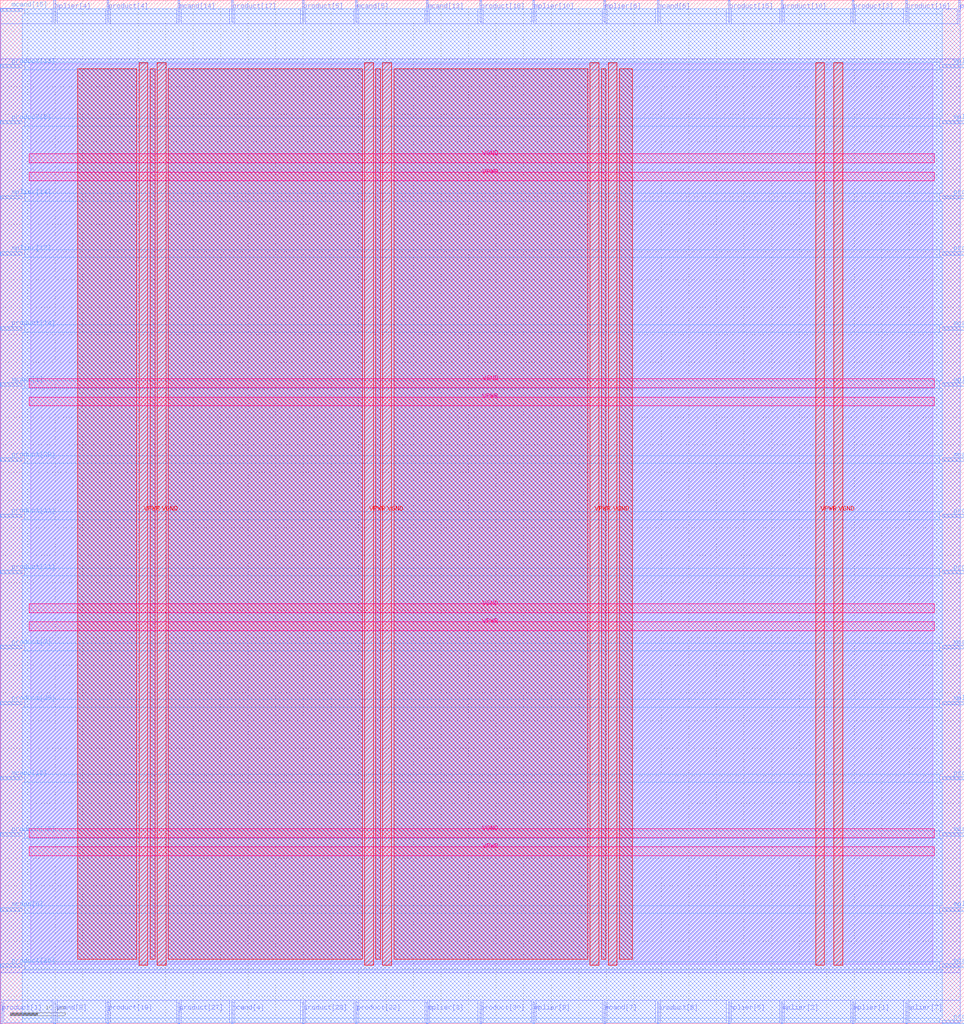
<source format=lef>
VERSION 5.7 ;
  NOWIREEXTENSIONATPIN ON ;
  DIVIDERCHAR "/" ;
  BUSBITCHARS "[]" ;
MACRO mult_comb_16x16
  CLASS BLOCK ;
  FOREIGN mult_comb_16x16 ;
  ORIGIN 0.000 0.000 ;
  SIZE 174.965 BY 185.685 ;
  PIN VGND
    DIRECTION INOUT ;
    USE GROUND ;
    PORT
      LAYER met4 ;
        RECT 28.490 10.640 30.090 174.320 ;
    END
    PORT
      LAYER met4 ;
        RECT 69.430 10.640 71.030 174.320 ;
    END
    PORT
      LAYER met4 ;
        RECT 110.370 10.640 111.970 174.320 ;
    END
    PORT
      LAYER met4 ;
        RECT 151.310 10.640 152.910 174.320 ;
    END
    PORT
      LAYER met5 ;
        RECT 5.280 33.780 169.520 35.380 ;
    END
    PORT
      LAYER met5 ;
        RECT 5.280 74.580 169.520 76.180 ;
    END
    PORT
      LAYER met5 ;
        RECT 5.280 115.380 169.520 116.980 ;
    END
    PORT
      LAYER met5 ;
        RECT 5.280 156.180 169.520 157.780 ;
    END
  END VGND
  PIN VPWR
    DIRECTION INOUT ;
    USE POWER ;
    PORT
      LAYER met4 ;
        RECT 25.190 10.640 26.790 174.320 ;
    END
    PORT
      LAYER met4 ;
        RECT 66.130 10.640 67.730 174.320 ;
    END
    PORT
      LAYER met4 ;
        RECT 107.070 10.640 108.670 174.320 ;
    END
    PORT
      LAYER met4 ;
        RECT 148.010 10.640 149.610 174.320 ;
    END
    PORT
      LAYER met5 ;
        RECT 5.280 30.480 169.520 32.080 ;
    END
    PORT
      LAYER met5 ;
        RECT 5.280 71.280 169.520 72.880 ;
    END
    PORT
      LAYER met5 ;
        RECT 5.280 112.080 169.520 113.680 ;
    END
    PORT
      LAYER met5 ;
        RECT 5.280 152.880 169.520 154.480 ;
    END
  END VPWR
  PIN mcand[0]
    DIRECTION INPUT ;
    USE SIGNAL ;
    ANTENNAGATEAREA 0.213000 ;
    PORT
      LAYER met3 ;
        RECT 0.000 20.440 4.000 21.040 ;
    END
  END mcand[0]
  PIN mcand[10]
    DIRECTION INPUT ;
    USE SIGNAL ;
    ANTENNAGATEAREA 0.213000 ;
    PORT
      LAYER met3 ;
        RECT 170.965 68.040 174.965 68.640 ;
    END
  END mcand[10]
  PIN mcand[11]
    DIRECTION INPUT ;
    USE SIGNAL ;
    ANTENNAGATEAREA 0.247500 ;
    PORT
      LAYER met3 ;
        RECT 170.965 10.240 174.965 10.840 ;
    END
  END mcand[11]
  PIN mcand[12]
    DIRECTION INPUT ;
    USE SIGNAL ;
    ANTENNAGATEAREA 0.213000 ;
    PORT
      LAYER met3 ;
        RECT 0.000 44.240 4.000 44.840 ;
    END
  END mcand[12]
  PIN mcand[13]
    DIRECTION INPUT ;
    USE SIGNAL ;
    ANTENNAGATEAREA 0.159000 ;
    PORT
      LAYER met2 ;
        RECT 77.370 181.685 77.650 185.685 ;
    END
  END mcand[13]
  PIN mcand[14]
    DIRECTION INPUT ;
    USE SIGNAL ;
    ANTENNAGATEAREA 0.159000 ;
    PORT
      LAYER met2 ;
        RECT 32.290 181.685 32.570 185.685 ;
    END
  END mcand[14]
  PIN mcand[15]
    DIRECTION INPUT ;
    USE SIGNAL ;
    ANTENNAGATEAREA 0.159000 ;
    PORT
      LAYER met3 ;
        RECT 0.000 183.640 4.000 184.240 ;
    END
  END mcand[15]
  PIN mcand[1]
    DIRECTION INPUT ;
    USE SIGNAL ;
    ANTENNAGATEAREA 0.213000 ;
    PORT
      LAYER met3 ;
        RECT 0.000 115.640 4.000 116.240 ;
    END
  END mcand[1]
  PIN mcand[2]
    DIRECTION INPUT ;
    USE SIGNAL ;
    ANTENNAGATEAREA 0.213000 ;
    PORT
      LAYER met3 ;
        RECT 170.965 125.840 174.965 126.440 ;
    END
  END mcand[2]
  PIN mcand[3]
    DIRECTION INPUT ;
    USE SIGNAL ;
    ANTENNAGATEAREA 0.213000 ;
    PORT
      LAYER met3 ;
        RECT 170.965 34.040 174.965 34.640 ;
    END
  END mcand[3]
  PIN mcand[4]
    DIRECTION INPUT ;
    USE SIGNAL ;
    ANTENNAGATEAREA 0.213000 ;
    PORT
      LAYER met2 ;
        RECT 41.950 0.000 42.230 4.000 ;
    END
  END mcand[4]
  PIN mcand[5]
    DIRECTION INPUT ;
    USE SIGNAL ;
    ANTENNAGATEAREA 0.213000 ;
    PORT
      LAYER met2 ;
        RECT 64.490 181.685 64.770 185.685 ;
    END
  END mcand[5]
  PIN mcand[6]
    DIRECTION INPUT ;
    USE SIGNAL ;
    ANTENNAGATEAREA 0.159000 ;
    PORT
      LAYER met2 ;
        RECT 119.230 181.685 119.510 185.685 ;
    END
  END mcand[6]
  PIN mcand[7]
    DIRECTION INPUT ;
    USE SIGNAL ;
    ANTENNAGATEAREA 0.126000 ;
    PORT
      LAYER met2 ;
        RECT 109.570 0.000 109.850 4.000 ;
    END
  END mcand[7]
  PIN mcand[8]
    DIRECTION INPUT ;
    USE SIGNAL ;
    ANTENNAGATEAREA 0.159000 ;
    PORT
      LAYER met2 ;
        RECT 9.750 0.000 10.030 4.000 ;
    END
  END mcand[8]
  PIN mcand[9]
    DIRECTION INPUT ;
    USE SIGNAL ;
    ANTENNAGATEAREA 0.159000 ;
    PORT
      LAYER met3 ;
        RECT 170.965 102.040 174.965 102.640 ;
    END
  END mcand[9]
  PIN mplier[0]
    DIRECTION INPUT ;
    USE SIGNAL ;
    ANTENNAGATEAREA 0.196500 ;
    PORT
      LAYER met3 ;
        RECT 170.965 57.840 174.965 58.440 ;
    END
  END mplier[0]
  PIN mplier[10]
    DIRECTION INPUT ;
    USE SIGNAL ;
    ANTENNAGATEAREA 0.126000 ;
    PORT
      LAYER met2 ;
        RECT 96.690 181.685 96.970 185.685 ;
    END
  END mplier[10]
  PIN mplier[11]
    DIRECTION INPUT ;
    USE SIGNAL ;
    ANTENNAGATEAREA 0.213000 ;
    PORT
      LAYER met3 ;
        RECT 170.965 163.240 174.965 163.840 ;
    END
  END mplier[11]
  PIN mplier[12]
    DIRECTION INPUT ;
    USE SIGNAL ;
    ANTENNAGATEAREA 0.126000 ;
    PORT
      LAYER met3 ;
        RECT 0.000 139.440 4.000 140.040 ;
    END
  END mplier[12]
  PIN mplier[13]
    DIRECTION INPUT ;
    USE SIGNAL ;
    ANTENNAGATEAREA 0.213000 ;
    PORT
      LAYER met3 ;
        RECT 170.965 115.640 174.965 116.240 ;
    END
  END mplier[13]
  PIN mplier[14]
    DIRECTION INPUT ;
    USE SIGNAL ;
    ANTENNAGATEAREA 0.213000 ;
    PORT
      LAYER met3 ;
        RECT 0.000 149.640 4.000 150.240 ;
    END
  END mplier[14]
  PIN mplier[15]
    DIRECTION INPUT ;
    USE SIGNAL ;
    ANTENNAGATEAREA 0.213000 ;
    PORT
      LAYER met3 ;
        RECT 170.965 173.440 174.965 174.040 ;
    END
  END mplier[15]
  PIN mplier[1]
    DIRECTION INPUT ;
    USE SIGNAL ;
    ANTENNAGATEAREA 0.126000 ;
    PORT
      LAYER met2 ;
        RECT 154.650 0.000 154.930 4.000 ;
    END
  END mplier[1]
  PIN mplier[2]
    DIRECTION INPUT ;
    USE SIGNAL ;
    ANTENNAGATEAREA 0.196500 ;
    PORT
      LAYER met2 ;
        RECT 141.770 0.000 142.050 4.000 ;
    END
  END mplier[2]
  PIN mplier[3]
    DIRECTION INPUT ;
    USE SIGNAL ;
    ANTENNAGATEAREA 0.159000 ;
    PORT
      LAYER met2 ;
        RECT 77.370 0.000 77.650 4.000 ;
    END
  END mplier[3]
  PIN mplier[4]
    DIRECTION INPUT ;
    USE SIGNAL ;
    ANTENNAGATEAREA 0.247500 ;
    PORT
      LAYER met2 ;
        RECT 9.750 181.685 10.030 185.685 ;
    END
  END mplier[4]
  PIN mplier[5]
    DIRECTION INPUT ;
    USE SIGNAL ;
    ANTENNAGATEAREA 0.196500 ;
    PORT
      LAYER met2 ;
        RECT 132.110 0.000 132.390 4.000 ;
    END
  END mplier[5]
  PIN mplier[6]
    DIRECTION INPUT ;
    USE SIGNAL ;
    ANTENNAGATEAREA 0.213000 ;
    PORT
      LAYER met2 ;
        RECT 109.570 181.685 109.850 185.685 ;
    END
  END mplier[6]
  PIN mplier[7]
    DIRECTION INPUT ;
    USE SIGNAL ;
    ANTENNAGATEAREA 0.213000 ;
    PORT
      LAYER met2 ;
        RECT 164.310 0.000 164.590 4.000 ;
    END
  END mplier[7]
  PIN mplier[8]
    DIRECTION INPUT ;
    USE SIGNAL ;
    ANTENNAGATEAREA 0.159000 ;
    PORT
      LAYER met3 ;
        RECT 170.965 20.440 174.965 21.040 ;
    END
  END mplier[8]
  PIN mplier[9]
    DIRECTION INPUT ;
    USE SIGNAL ;
    ANTENNAGATEAREA 0.196500 ;
    PORT
      LAYER met2 ;
        RECT 96.690 0.000 96.970 4.000 ;
    END
  END mplier[9]
  PIN product[0]
    DIRECTION OUTPUT TRISTATE ;
    USE SIGNAL ;
    ANTENNADIFFAREA 0.445500 ;
    PORT
      LAYER met3 ;
        RECT 170.965 44.240 174.965 44.840 ;
    END
  END product[0]
  PIN product[10]
    DIRECTION OUTPUT TRISTATE ;
    USE SIGNAL ;
    ANTENNADIFFAREA 0.445500 ;
    PORT
      LAYER met2 ;
        RECT 141.770 181.685 142.050 185.685 ;
    END
  END product[10]
  PIN product[11]
    DIRECTION OUTPUT TRISTATE ;
    USE SIGNAL ;
    ANTENNADIFFAREA 0.795200 ;
    PORT
      LAYER met3 ;
        RECT 0.000 91.840 4.000 92.440 ;
    END
  END product[11]
  PIN product[12]
    DIRECTION OUTPUT TRISTATE ;
    USE SIGNAL ;
    ANTENNADIFFAREA 0.795200 ;
    PORT
      LAYER met3 ;
        RECT 0.000 34.040 4.000 34.640 ;
    END
  END product[12]
  PIN product[13]
    DIRECTION OUTPUT TRISTATE ;
    USE SIGNAL ;
    ANTENNADIFFAREA 0.795200 ;
    PORT
      LAYER met3 ;
        RECT 0.000 173.440 4.000 174.040 ;
    END
  END product[13]
  PIN product[14]
    DIRECTION OUTPUT TRISTATE ;
    USE SIGNAL ;
    ANTENNADIFFAREA 0.795200 ;
    PORT
      LAYER met3 ;
        RECT 0.000 125.840 4.000 126.440 ;
    END
  END product[14]
  PIN product[15]
    DIRECTION OUTPUT TRISTATE ;
    USE SIGNAL ;
    ANTENNADIFFAREA 0.795200 ;
    PORT
      LAYER met2 ;
        RECT 132.110 181.685 132.390 185.685 ;
    END
  END product[15]
  PIN product[16]
    DIRECTION OUTPUT TRISTATE ;
    USE SIGNAL ;
    ANTENNADIFFAREA 0.795200 ;
    PORT
      LAYER met2 ;
        RECT 164.310 181.685 164.590 185.685 ;
    END
  END product[16]
  PIN product[17]
    DIRECTION OUTPUT TRISTATE ;
    USE SIGNAL ;
    ANTENNADIFFAREA 0.795200 ;
    PORT
      LAYER met2 ;
        RECT 41.950 181.685 42.230 185.685 ;
    END
  END product[17]
  PIN product[18]
    DIRECTION OUTPUT TRISTATE ;
    USE SIGNAL ;
    ANTENNADIFFAREA 0.795200 ;
    PORT
      LAYER met2 ;
        RECT 87.030 181.685 87.310 185.685 ;
    END
  END product[18]
  PIN product[19]
    DIRECTION OUTPUT TRISTATE ;
    USE SIGNAL ;
    ANTENNADIFFAREA 0.795200 ;
    PORT
      LAYER met2 ;
        RECT 19.410 0.000 19.690 4.000 ;
    END
  END product[19]
  PIN product[1]
    DIRECTION OUTPUT TRISTATE ;
    USE SIGNAL ;
    ANTENNADIFFAREA 0.795200 ;
    PORT
      LAYER met2 ;
        RECT 0.090 0.000 0.370 4.000 ;
    END
  END product[1]
  PIN product[20]
    DIRECTION OUTPUT TRISTATE ;
    USE SIGNAL ;
    ANTENNADIFFAREA 0.445500 ;
    PORT
      LAYER met3 ;
        RECT 170.965 149.640 174.965 150.240 ;
    END
  END product[20]
  PIN product[21]
    DIRECTION OUTPUT TRISTATE ;
    USE SIGNAL ;
    ANTENNADIFFAREA 0.795200 ;
    PORT
      LAYER met2 ;
        RECT 173.970 181.685 174.250 185.685 ;
    END
  END product[21]
  PIN product[22]
    DIRECTION OUTPUT TRISTATE ;
    USE SIGNAL ;
    ANTENNADIFFAREA 0.795200 ;
    PORT
      LAYER met2 ;
        RECT 64.490 0.000 64.770 4.000 ;
    END
  END product[22]
  PIN product[23]
    DIRECTION OUTPUT TRISTATE ;
    USE SIGNAL ;
    ANTENNADIFFAREA 0.795200 ;
    PORT
      LAYER met3 ;
        RECT 170.965 139.440 174.965 140.040 ;
    END
  END product[23]
  PIN product[24]
    DIRECTION OUTPUT TRISTATE ;
    USE SIGNAL ;
    ANTENNADIFFAREA 0.795200 ;
    PORT
      LAYER met3 ;
        RECT 170.965 0.040 174.965 0.640 ;
    END
  END product[24]
  PIN product[25]
    DIRECTION OUTPUT TRISTATE ;
    USE SIGNAL ;
    ANTENNADIFFAREA 0.795200 ;
    PORT
      LAYER met3 ;
        RECT 0.000 57.840 4.000 58.440 ;
    END
  END product[25]
  PIN product[26]
    DIRECTION OUTPUT TRISTATE ;
    USE SIGNAL ;
    ANTENNADIFFAREA 0.795200 ;
    PORT
      LAYER met3 ;
        RECT 0.000 10.240 4.000 10.840 ;
    END
  END product[26]
  PIN product[27]
    DIRECTION OUTPUT TRISTATE ;
    USE SIGNAL ;
    ANTENNADIFFAREA 0.795200 ;
    PORT
      LAYER met2 ;
        RECT 32.290 0.000 32.570 4.000 ;
    END
  END product[27]
  PIN product[28]
    DIRECTION OUTPUT TRISTATE ;
    USE SIGNAL ;
    ANTENNADIFFAREA 0.795200 ;
    PORT
      LAYER met2 ;
        RECT 54.830 0.000 55.110 4.000 ;
    END
  END product[28]
  PIN product[29]
    DIRECTION OUTPUT TRISTATE ;
    USE SIGNAL ;
    ANTENNADIFFAREA 0.795200 ;
    PORT
      LAYER met3 ;
        RECT 0.000 102.040 4.000 102.640 ;
    END
  END product[29]
  PIN product[2]
    DIRECTION OUTPUT TRISTATE ;
    USE SIGNAL ;
    ANTENNADIFFAREA 0.445500 ;
    PORT
      LAYER met3 ;
        RECT 170.965 91.840 174.965 92.440 ;
    END
  END product[2]
  PIN product[30]
    DIRECTION OUTPUT TRISTATE ;
    USE SIGNAL ;
    ANTENNADIFFAREA 0.795200 ;
    PORT
      LAYER met2 ;
        RECT 87.030 0.000 87.310 4.000 ;
    END
  END product[30]
  PIN product[31]
    DIRECTION OUTPUT TRISTATE ;
    USE SIGNAL ;
    ANTENNADIFFAREA 0.795200 ;
    PORT
      LAYER met3 ;
        RECT 0.000 81.640 4.000 82.240 ;
    END
  END product[31]
  PIN product[3]
    DIRECTION OUTPUT TRISTATE ;
    USE SIGNAL ;
    ANTENNADIFFAREA 0.445500 ;
    PORT
      LAYER met2 ;
        RECT 154.650 181.685 154.930 185.685 ;
    END
  END product[3]
  PIN product[4]
    DIRECTION OUTPUT TRISTATE ;
    USE SIGNAL ;
    ANTENNADIFFAREA 0.795200 ;
    PORT
      LAYER met2 ;
        RECT 19.410 181.685 19.690 185.685 ;
    END
  END product[4]
  PIN product[5]
    DIRECTION OUTPUT TRISTATE ;
    USE SIGNAL ;
    ANTENNADIFFAREA 0.795200 ;
    PORT
      LAYER met2 ;
        RECT 54.830 181.685 55.110 185.685 ;
    END
  END product[5]
  PIN product[6]
    DIRECTION OUTPUT TRISTATE ;
    USE SIGNAL ;
    ANTENNADIFFAREA 0.795200 ;
    PORT
      LAYER met2 ;
        RECT 119.230 0.000 119.510 4.000 ;
    END
  END product[6]
  PIN product[7]
    DIRECTION OUTPUT TRISTATE ;
    USE SIGNAL ;
    ANTENNADIFFAREA 0.795200 ;
    PORT
      LAYER met3 ;
        RECT 0.000 68.040 4.000 68.640 ;
    END
  END product[7]
  PIN product[8]
    DIRECTION OUTPUT TRISTATE ;
    USE SIGNAL ;
    ANTENNADIFFAREA 0.795200 ;
    PORT
      LAYER met3 ;
        RECT 0.000 163.240 4.000 163.840 ;
    END
  END product[8]
  PIN product[9]
    DIRECTION OUTPUT TRISTATE ;
    USE SIGNAL ;
    ANTENNADIFFAREA 0.445500 ;
    PORT
      LAYER met3 ;
        RECT 170.965 81.640 174.965 82.240 ;
    END
  END product[9]
  OBS
      LAYER li1 ;
        RECT 5.520 10.795 169.280 174.165 ;
      LAYER met1 ;
        RECT 0.070 9.220 174.270 175.060 ;
      LAYER met2 ;
        RECT 0.100 181.405 9.470 184.125 ;
        RECT 10.310 181.405 19.130 184.125 ;
        RECT 19.970 181.405 32.010 184.125 ;
        RECT 32.850 181.405 41.670 184.125 ;
        RECT 42.510 181.405 54.550 184.125 ;
        RECT 55.390 181.405 64.210 184.125 ;
        RECT 65.050 181.405 77.090 184.125 ;
        RECT 77.930 181.405 86.750 184.125 ;
        RECT 87.590 181.405 96.410 184.125 ;
        RECT 97.250 181.405 109.290 184.125 ;
        RECT 110.130 181.405 118.950 184.125 ;
        RECT 119.790 181.405 131.830 184.125 ;
        RECT 132.670 181.405 141.490 184.125 ;
        RECT 142.330 181.405 154.370 184.125 ;
        RECT 155.210 181.405 164.030 184.125 ;
        RECT 164.870 181.405 173.690 184.125 ;
        RECT 0.100 4.280 174.240 181.405 ;
        RECT 0.650 0.155 9.470 4.280 ;
        RECT 10.310 0.155 19.130 4.280 ;
        RECT 19.970 0.155 32.010 4.280 ;
        RECT 32.850 0.155 41.670 4.280 ;
        RECT 42.510 0.155 54.550 4.280 ;
        RECT 55.390 0.155 64.210 4.280 ;
        RECT 65.050 0.155 77.090 4.280 ;
        RECT 77.930 0.155 86.750 4.280 ;
        RECT 87.590 0.155 96.410 4.280 ;
        RECT 97.250 0.155 109.290 4.280 ;
        RECT 110.130 0.155 118.950 4.280 ;
        RECT 119.790 0.155 131.830 4.280 ;
        RECT 132.670 0.155 141.490 4.280 ;
        RECT 142.330 0.155 154.370 4.280 ;
        RECT 155.210 0.155 164.030 4.280 ;
        RECT 164.870 0.155 174.240 4.280 ;
      LAYER met3 ;
        RECT 4.400 183.240 170.965 184.105 ;
        RECT 3.990 174.440 170.965 183.240 ;
        RECT 4.400 173.040 170.565 174.440 ;
        RECT 3.990 164.240 170.965 173.040 ;
        RECT 4.400 162.840 170.565 164.240 ;
        RECT 3.990 150.640 170.965 162.840 ;
        RECT 4.400 149.240 170.565 150.640 ;
        RECT 3.990 140.440 170.965 149.240 ;
        RECT 4.400 139.040 170.565 140.440 ;
        RECT 3.990 126.840 170.965 139.040 ;
        RECT 4.400 125.440 170.565 126.840 ;
        RECT 3.990 116.640 170.965 125.440 ;
        RECT 4.400 115.240 170.565 116.640 ;
        RECT 3.990 103.040 170.965 115.240 ;
        RECT 4.400 101.640 170.565 103.040 ;
        RECT 3.990 92.840 170.965 101.640 ;
        RECT 4.400 91.440 170.565 92.840 ;
        RECT 3.990 82.640 170.965 91.440 ;
        RECT 4.400 81.240 170.565 82.640 ;
        RECT 3.990 69.040 170.965 81.240 ;
        RECT 4.400 67.640 170.565 69.040 ;
        RECT 3.990 58.840 170.965 67.640 ;
        RECT 4.400 57.440 170.565 58.840 ;
        RECT 3.990 45.240 170.965 57.440 ;
        RECT 4.400 43.840 170.565 45.240 ;
        RECT 3.990 35.040 170.965 43.840 ;
        RECT 4.400 33.640 170.565 35.040 ;
        RECT 3.990 21.440 170.965 33.640 ;
        RECT 4.400 20.040 170.565 21.440 ;
        RECT 3.990 11.240 170.965 20.040 ;
        RECT 4.400 9.840 170.565 11.240 ;
        RECT 3.990 1.040 170.965 9.840 ;
        RECT 3.990 0.175 170.565 1.040 ;
      LAYER met4 ;
        RECT 14.095 11.735 24.790 173.225 ;
        RECT 27.190 11.735 28.090 173.225 ;
        RECT 30.490 11.735 65.730 173.225 ;
        RECT 68.130 11.735 69.030 173.225 ;
        RECT 71.430 11.735 106.670 173.225 ;
        RECT 109.070 11.735 109.970 173.225 ;
        RECT 112.370 11.735 114.705 173.225 ;
  END
END mult_comb_16x16
END LIBRARY


</source>
